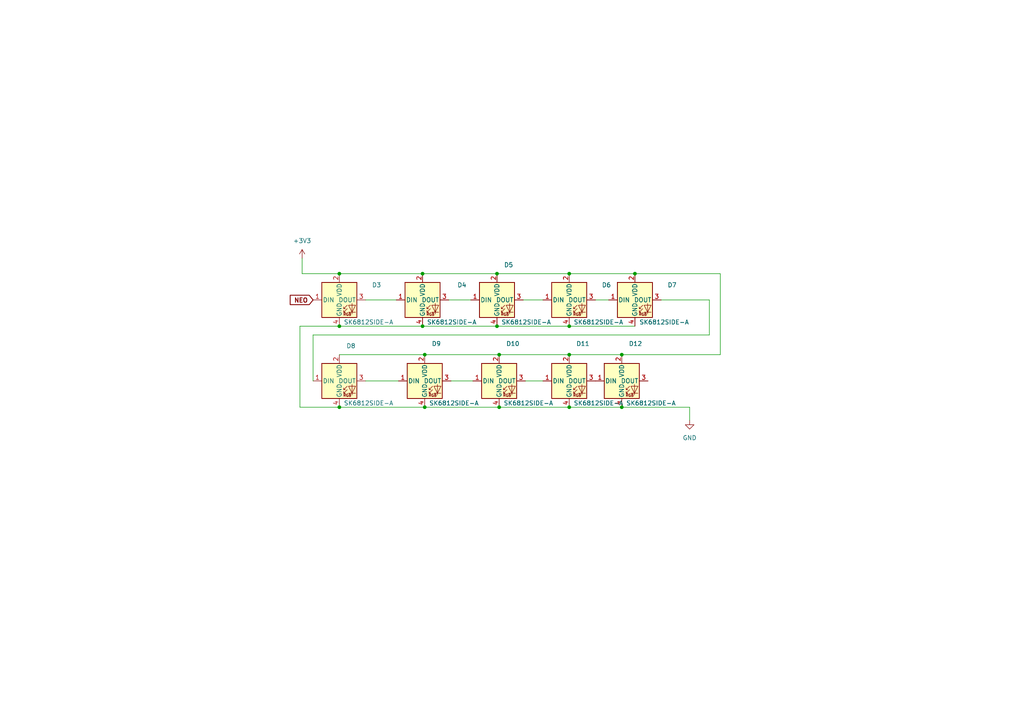
<source format=kicad_sch>
(kicad_sch (version 20211123) (generator eeschema)

  (uuid 2b3e8080-6e59-452f-841b-e804bf3dea49)

  (paper "A4")

  (lib_symbols
    (symbol "power:+3.3V" (power) (pin_names (offset 0)) (in_bom yes) (on_board yes)
      (property "Reference" "#PWR" (id 0) (at 0 -3.81 0)
        (effects (font (size 1.27 1.27)) hide)
      )
      (property "Value" "+3.3V" (id 1) (at 0 3.556 0)
        (effects (font (size 1.27 1.27)))
      )
      (property "Footprint" "" (id 2) (at 0 0 0)
        (effects (font (size 1.27 1.27)) hide)
      )
      (property "Datasheet" "" (id 3) (at 0 0 0)
        (effects (font (size 1.27 1.27)) hide)
      )
      (property "ki_keywords" "power-flag" (id 4) (at 0 0 0)
        (effects (font (size 1.27 1.27)) hide)
      )
      (property "ki_description" "Power symbol creates a global label with name \"+3.3V\"" (id 5) (at 0 0 0)
        (effects (font (size 1.27 1.27)) hide)
      )
      (symbol "+3.3V_0_1"
        (polyline
          (pts
            (xy -0.762 1.27)
            (xy 0 2.54)
          )
          (stroke (width 0) (type default) (color 0 0 0 0))
          (fill (type none))
        )
        (polyline
          (pts
            (xy 0 0)
            (xy 0 2.54)
          )
          (stroke (width 0) (type default) (color 0 0 0 0))
          (fill (type none))
        )
        (polyline
          (pts
            (xy 0 2.54)
            (xy 0.762 1.27)
          )
          (stroke (width 0) (type default) (color 0 0 0 0))
          (fill (type none))
        )
      )
      (symbol "+3.3V_1_1"
        (pin power_in line (at 0 0 90) (length 0) hide
          (name "+3V3" (effects (font (size 1.27 1.27))))
          (number "1" (effects (font (size 1.27 1.27))))
        )
      )
    )
    (symbol "power:GND" (power) (pin_names (offset 0)) (in_bom yes) (on_board yes)
      (property "Reference" "#PWR" (id 0) (at 0 -6.35 0)
        (effects (font (size 1.27 1.27)) hide)
      )
      (property "Value" "GND" (id 1) (at 0 -3.81 0)
        (effects (font (size 1.27 1.27)))
      )
      (property "Footprint" "" (id 2) (at 0 0 0)
        (effects (font (size 1.27 1.27)) hide)
      )
      (property "Datasheet" "" (id 3) (at 0 0 0)
        (effects (font (size 1.27 1.27)) hide)
      )
      (property "ki_keywords" "power-flag" (id 4) (at 0 0 0)
        (effects (font (size 1.27 1.27)) hide)
      )
      (property "ki_description" "Power symbol creates a global label with name \"GND\" , ground" (id 5) (at 0 0 0)
        (effects (font (size 1.27 1.27)) hide)
      )
      (symbol "GND_0_1"
        (polyline
          (pts
            (xy 0 0)
            (xy 0 -1.27)
            (xy 1.27 -1.27)
            (xy 0 -2.54)
            (xy -1.27 -1.27)
            (xy 0 -1.27)
          )
          (stroke (width 0) (type default) (color 0 0 0 0))
          (fill (type none))
        )
      )
      (symbol "GND_1_1"
        (pin power_in line (at 0 0 270) (length 0) hide
          (name "GND" (effects (font (size 1.27 1.27))))
          (number "1" (effects (font (size 1.27 1.27))))
        )
      )
    )
    (symbol "sk6812side-a:SK6812SIDE-A" (pin_names (offset 0.254)) (in_bom yes) (on_board yes)
      (property "Reference" "D" (id 0) (at 7.62 6.35 0)
        (effects (font (size 1.27 1.27)) (justify right bottom))
      )
      (property "Value" "SK6812SIDE-A" (id 1) (at 1.27 -5.715 0)
        (effects (font (size 1.27 1.27)) (justify left top))
      )
      (property "Footprint" "LED_SMD:LED_SK6812SIDE_A_4x2mm_P1.6mm" (id 2) (at 1.27 -7.62 0)
        (effects (font (size 1.27 1.27)) (justify left top) hide)
      )
      (property "Datasheet" "https://www.lcsc.com/product-detail/Light-Emitting-Diodes-LED_OPSCO-Optoelectronics-SK6812SIDE-A-RVS_C2890037.html" (id 3) (at 2.54 -9.525 0)
        (effects (font (size 1.27 1.27)) (justify left top) hide)
      )
      (property "ki_keywords" "RGB LED NeoPixel Mini addressable" (id 4) (at 0 0 0)
        (effects (font (size 1.27 1.27)) hide)
      )
      (property "ki_description" "RGB LED with integrated controller" (id 5) (at 0 0 0)
        (effects (font (size 1.27 1.27)) hide)
      )
      (property "ki_fp_filters" "LED*SK6812MINI*PLCC*3.5x3.5mm*P1.75mm*" (id 6) (at 0 0 0)
        (effects (font (size 1.27 1.27)) hide)
      )
      (symbol "SK6812SIDE-A_0_0"
        (text "RGB" (at 2.286 -4.191 0)
          (effects (font (size 0.762 0.762)))
        )
      )
      (symbol "SK6812SIDE-A_0_1"
        (polyline
          (pts
            (xy 1.27 -3.556)
            (xy 1.778 -3.556)
          )
          (stroke (width 0) (type default) (color 0 0 0 0))
          (fill (type none))
        )
        (polyline
          (pts
            (xy 1.27 -2.54)
            (xy 1.778 -2.54)
          )
          (stroke (width 0) (type default) (color 0 0 0 0))
          (fill (type none))
        )
        (polyline
          (pts
            (xy 4.699 -3.556)
            (xy 2.667 -3.556)
          )
          (stroke (width 0) (type default) (color 0 0 0 0))
          (fill (type none))
        )
        (polyline
          (pts
            (xy 2.286 -2.54)
            (xy 1.27 -3.556)
            (xy 1.27 -3.048)
          )
          (stroke (width 0) (type default) (color 0 0 0 0))
          (fill (type none))
        )
        (polyline
          (pts
            (xy 2.286 -1.524)
            (xy 1.27 -2.54)
            (xy 1.27 -2.032)
          )
          (stroke (width 0) (type default) (color 0 0 0 0))
          (fill (type none))
        )
        (polyline
          (pts
            (xy 3.683 -1.016)
            (xy 3.683 -3.556)
            (xy 3.683 -4.064)
          )
          (stroke (width 0) (type default) (color 0 0 0 0))
          (fill (type none))
        )
        (polyline
          (pts
            (xy 4.699 -1.524)
            (xy 2.667 -1.524)
            (xy 3.683 -3.556)
            (xy 4.699 -1.524)
          )
          (stroke (width 0) (type default) (color 0 0 0 0))
          (fill (type none))
        )
        (rectangle (start 5.08 5.08) (end -5.08 -5.08)
          (stroke (width 0.254) (type default) (color 0 0 0 0))
          (fill (type background))
        )
      )
      (symbol "SK6812SIDE-A_1_1"
        (pin input line (at -7.62 0 0) (length 2.54)
          (name "DIN" (effects (font (size 1.27 1.27))))
          (number "1" (effects (font (size 1.27 1.27))))
        )
        (pin power_in line (at 0 7.62 270) (length 2.54)
          (name "VDD" (effects (font (size 1.27 1.27))))
          (number "2" (effects (font (size 1.27 1.27))))
        )
        (pin output line (at 7.62 0 180) (length 2.54)
          (name "DOUT" (effects (font (size 1.27 1.27))))
          (number "3" (effects (font (size 1.27 1.27))))
        )
        (pin power_in line (at 0 -7.62 90) (length 2.54)
          (name "GND" (effects (font (size 1.27 1.27))))
          (number "4" (effects (font (size 1.27 1.27))))
        )
      )
    )
  )

  (junction (at 165.1 79.375) (diameter 0) (color 0 0 0 0)
    (uuid 062dbfcd-7517-418e-9d68-384b7d1021eb)
  )
  (junction (at 98.425 118.11) (diameter 0) (color 0 0 0 0)
    (uuid 0e97f9c0-8e2f-46d3-a423-47694ca8f487)
  )
  (junction (at 165.1 102.87) (diameter 0) (color 0 0 0 0)
    (uuid 3137605e-4f6d-4c6f-931e-a612768aa62d)
  )
  (junction (at 144.145 79.375) (diameter 0) (color 0 0 0 0)
    (uuid 465ccf6b-0cea-4d5c-9331-0dddd0508dd5)
  )
  (junction (at 180.34 102.87) (diameter 0) (color 0 0 0 0)
    (uuid 55fd26ec-4a37-45ac-9b41-6ec7e97941ab)
  )
  (junction (at 98.425 79.375) (diameter 0) (color 0 0 0 0)
    (uuid 5f7ce6f4-7947-48ae-8e83-d5cccb2f4b7a)
  )
  (junction (at 165.1 118.11) (diameter 0) (color 0 0 0 0)
    (uuid 72118275-4b2f-4f5d-a108-a1e9457a36af)
  )
  (junction (at 144.78 118.11) (diameter 0) (color 0 0 0 0)
    (uuid 72a0c493-ed3f-41b3-865d-af2a2b85c4b4)
  )
  (junction (at 123.19 102.87) (diameter 0) (color 0 0 0 0)
    (uuid 88ed330d-a934-4852-b4a1-8d8f8a22392f)
  )
  (junction (at 144.145 94.615) (diameter 0) (color 0 0 0 0)
    (uuid 8c1ce746-702a-411e-83cb-08f5ea90c85d)
  )
  (junction (at 122.555 94.615) (diameter 0) (color 0 0 0 0)
    (uuid 919f5138-6c30-4518-b8f9-fb1b50bd860d)
  )
  (junction (at 98.425 94.615) (diameter 0) (color 0 0 0 0)
    (uuid a0496a93-b8ca-4091-87d4-be82b3744213)
  )
  (junction (at 122.555 79.375) (diameter 0) (color 0 0 0 0)
    (uuid a1661fe7-4e68-4991-a24e-a31b2970bf9c)
  )
  (junction (at 165.1 94.615) (diameter 0) (color 0 0 0 0)
    (uuid a5f9ea45-7202-4c12-8c56-dccf7ee8d984)
  )
  (junction (at 144.78 102.87) (diameter 0) (color 0 0 0 0)
    (uuid aa69dc5e-b8d0-4382-b924-a93e087e924d)
  )
  (junction (at 184.15 79.375) (diameter 0) (color 0 0 0 0)
    (uuid c374422b-55bf-4250-b20a-47cd0ae502a8)
  )
  (junction (at 123.19 118.11) (diameter 0) (color 0 0 0 0)
    (uuid cac91c3f-945d-4fe1-849d-d24c1a0a2a2f)
  )
  (junction (at 180.34 118.11) (diameter 0) (color 0 0 0 0)
    (uuid db3b8e8b-9e6b-487e-9519-7cc45e4fd66b)
  )

  (wire (pts (xy 98.425 79.375) (xy 87.63 79.375))
    (stroke (width 0) (type default) (color 0 0 0 0))
    (uuid 000092a8-3bc3-4db8-abaf-970f910e33a2)
  )
  (wire (pts (xy 144.145 79.375) (xy 165.1 79.375))
    (stroke (width 0) (type default) (color 0 0 0 0))
    (uuid 0a5f560a-65d7-495d-a717-97b98d01986f)
  )
  (wire (pts (xy 98.425 102.87) (xy 123.19 102.87))
    (stroke (width 0) (type default) (color 0 0 0 0))
    (uuid 238bbcba-28fc-49c5-b424-b3a60312eff8)
  )
  (wire (pts (xy 144.78 118.11) (xy 165.1 118.11))
    (stroke (width 0) (type default) (color 0 0 0 0))
    (uuid 2d07f7de-51a3-4eab-9a59-27fcfff165d7)
  )
  (wire (pts (xy 165.1 94.615) (xy 184.15 94.615))
    (stroke (width 0) (type default) (color 0 0 0 0))
    (uuid 34a2aab7-f10a-441d-a6de-4d5f10c88d88)
  )
  (wire (pts (xy 144.78 102.87) (xy 165.1 102.87))
    (stroke (width 0) (type default) (color 0 0 0 0))
    (uuid 419b27bd-959a-4cd9-9da1-6d79e067e0b7)
  )
  (wire (pts (xy 184.15 79.375) (xy 208.915 79.375))
    (stroke (width 0) (type default) (color 0 0 0 0))
    (uuid 44f31ea0-62d2-4a27-aa89-e7ba1981bfcf)
  )
  (wire (pts (xy 106.045 86.995) (xy 114.935 86.995))
    (stroke (width 0) (type default) (color 0 0 0 0))
    (uuid 4febc798-ae55-4e7d-b112-620b0628deb1)
  )
  (wire (pts (xy 87.63 79.375) (xy 87.63 74.93))
    (stroke (width 0) (type default) (color 0 0 0 0))
    (uuid 5515133b-8db1-4224-8f6f-3ebdf532e9e3)
  )
  (wire (pts (xy 165.1 118.11) (xy 180.34 118.11))
    (stroke (width 0) (type default) (color 0 0 0 0))
    (uuid 56182143-2bad-49c4-947a-9ca03ca3992a)
  )
  (wire (pts (xy 151.765 86.995) (xy 157.48 86.995))
    (stroke (width 0) (type default) (color 0 0 0 0))
    (uuid 565a1fe3-e730-40e7-8925-7315a5e2a23a)
  )
  (wire (pts (xy 122.555 94.615) (xy 144.145 94.615))
    (stroke (width 0) (type default) (color 0 0 0 0))
    (uuid 56a7fb6c-f46c-4aaf-9253-bf198fbb9867)
  )
  (wire (pts (xy 130.175 86.995) (xy 136.525 86.995))
    (stroke (width 0) (type default) (color 0 0 0 0))
    (uuid 5b6ea48b-d8e7-41c2-84e8-d43400b52fe0)
  )
  (wire (pts (xy 165.1 79.375) (xy 184.15 79.375))
    (stroke (width 0) (type default) (color 0 0 0 0))
    (uuid 5dd26124-1cb6-45f2-afcd-fb362d770c02)
  )
  (wire (pts (xy 180.34 118.11) (xy 200.025 118.11))
    (stroke (width 0) (type default) (color 0 0 0 0))
    (uuid 681496a4-8ade-465d-a4a8-e9757998b64a)
  )
  (wire (pts (xy 180.34 102.87) (xy 208.915 102.87))
    (stroke (width 0) (type default) (color 0 0 0 0))
    (uuid 6a5dccb6-7b9e-4266-b252-676e7a4243fb)
  )
  (wire (pts (xy 144.145 94.615) (xy 165.1 94.615))
    (stroke (width 0) (type default) (color 0 0 0 0))
    (uuid 72e0cb61-89a6-4228-9ec1-9f750e6dd9b1)
  )
  (wire (pts (xy 200.025 121.92) (xy 200.025 118.11))
    (stroke (width 0) (type default) (color 0 0 0 0))
    (uuid 7c34d00b-d9a5-4497-85f0-1a3631352ce9)
  )
  (wire (pts (xy 205.74 97.155) (xy 90.805 97.155))
    (stroke (width 0) (type default) (color 0 0 0 0))
    (uuid 82206089-9623-4e91-9540-98098d79a19c)
  )
  (wire (pts (xy 86.995 94.615) (xy 86.995 118.11))
    (stroke (width 0) (type default) (color 0 0 0 0))
    (uuid 90f5a3c3-5d47-4d91-b25a-f7f3ca40e54e)
  )
  (wire (pts (xy 205.74 86.995) (xy 205.74 97.155))
    (stroke (width 0) (type default) (color 0 0 0 0))
    (uuid 96cfea70-bd9e-4a42-84a0-b16044147ef3)
  )
  (wire (pts (xy 130.81 110.49) (xy 137.16 110.49))
    (stroke (width 0) (type default) (color 0 0 0 0))
    (uuid 99103e13-f1d7-41ed-8c47-1839b222eecc)
  )
  (wire (pts (xy 123.19 118.11) (xy 144.78 118.11))
    (stroke (width 0) (type default) (color 0 0 0 0))
    (uuid a752f49e-fffe-4d23-abe7-ce3161e4fd71)
  )
  (wire (pts (xy 172.72 86.995) (xy 176.53 86.995))
    (stroke (width 0) (type default) (color 0 0 0 0))
    (uuid aa2f5fa8-95aa-4e1e-bf31-6212aed8a814)
  )
  (wire (pts (xy 98.425 79.375) (xy 122.555 79.375))
    (stroke (width 0) (type default) (color 0 0 0 0))
    (uuid b3f20cec-4b18-4c19-b764-42656e7175a6)
  )
  (wire (pts (xy 165.1 102.87) (xy 180.34 102.87))
    (stroke (width 0) (type default) (color 0 0 0 0))
    (uuid b71ecb50-7230-461c-aa8e-469a2b763c50)
  )
  (wire (pts (xy 98.425 94.615) (xy 122.555 94.615))
    (stroke (width 0) (type default) (color 0 0 0 0))
    (uuid bd634dc7-5d02-4791-b042-e29b8602d830)
  )
  (wire (pts (xy 90.805 97.155) (xy 90.805 110.49))
    (stroke (width 0) (type default) (color 0 0 0 0))
    (uuid bdd1b616-ad0c-44f2-b35f-62f59a1dace3)
  )
  (wire (pts (xy 98.425 94.615) (xy 86.995 94.615))
    (stroke (width 0) (type default) (color 0 0 0 0))
    (uuid c3a2e282-38bc-453e-b0b9-663b5fafdc73)
  )
  (wire (pts (xy 106.045 110.49) (xy 115.57 110.49))
    (stroke (width 0) (type default) (color 0 0 0 0))
    (uuid cb89b889-38a9-49ba-85a0-3dc1600bbb2c)
  )
  (wire (pts (xy 191.77 86.995) (xy 205.74 86.995))
    (stroke (width 0) (type default) (color 0 0 0 0))
    (uuid cfdb7908-0590-4bc1-8bdc-56f99d3d537e)
  )
  (wire (pts (xy 98.425 118.11) (xy 123.19 118.11))
    (stroke (width 0) (type default) (color 0 0 0 0))
    (uuid d87bd80c-c30f-42b5-8809-25c132e99e31)
  )
  (wire (pts (xy 152.4 110.49) (xy 157.48 110.49))
    (stroke (width 0) (type default) (color 0 0 0 0))
    (uuid db1c5312-01b0-4b8c-b991-6786c9da26d8)
  )
  (wire (pts (xy 123.19 102.87) (xy 144.78 102.87))
    (stroke (width 0) (type default) (color 0 0 0 0))
    (uuid de307b48-79da-45d7-83ed-a604057e30e6)
  )
  (wire (pts (xy 122.555 79.375) (xy 144.145 79.375))
    (stroke (width 0) (type default) (color 0 0 0 0))
    (uuid ea9e121f-7f32-4fa4-a8b9-5afcc40f3739)
  )
  (wire (pts (xy 208.915 102.87) (xy 208.915 79.375))
    (stroke (width 0) (type default) (color 0 0 0 0))
    (uuid eb689add-08e4-4177-bf28-b6af847ba4cb)
  )
  (wire (pts (xy 86.995 118.11) (xy 98.425 118.11))
    (stroke (width 0) (type default) (color 0 0 0 0))
    (uuid f4fbc4f8-f328-431b-af14-a7b4810b3bd1)
  )

  (global_label "NEO" (shape input) (at 90.805 86.995 180) (fields_autoplaced)
    (effects (font (size 1.27 1.27) bold) (justify right))
    (uuid f9cea62e-fdc3-4f43-8af5-0cd32b2267a1)
    (property "Intersheet References" "${INTERSHEET_REFS}" (id 0) (at 84.3915 86.868 0)
      (effects (font (size 1.27 1.27) bold) (justify right) hide)
    )
  )

  (symbol (lib_id "sk6812side-a:SK6812SIDE-A") (at 122.555 86.995 0) (unit 1)
    (in_bom yes) (on_board yes) (fields_autoplaced)
    (uuid 15b306af-c28b-4c50-a1b7-9f6082f52507)
    (property "Reference" "D4" (id 0) (at 133.985 82.6643 0))
    (property "Value" "SK6812SIDE-A" (id 1) (at 123.825 92.71 0)
      (effects (font (size 1.27 1.27)) (justify left top))
    )
    (property "Footprint" "ART-Spells:SK6812SIDE-A" (id 2) (at 123.825 94.615 0)
      (effects (font (size 1.27 1.27)) (justify left top) hide)
    )
    (property "Datasheet" "https://www.lcsc.com/product-detail/Light-Emitting-Diodes-LED_OPSCO-Optoelectronics-SK6812SIDE-A-RVS_C2890037.html" (id 3) (at 125.095 96.52 0)
      (effects (font (size 1.27 1.27)) (justify left top) hide)
    )
    (pin "1" (uuid 4970a14a-e637-47e7-be0f-59295ab60267))
    (pin "2" (uuid 3ff9d5e1-8772-4620-be53-7f3340c64ea9))
    (pin "3" (uuid 1024598c-ebdc-4875-b6a9-a98dd7218aad))
    (pin "4" (uuid d891ea24-dfc5-4e52-8d1d-f79a1af15cb9))
  )

  (symbol (lib_id "sk6812side-a:SK6812SIDE-A") (at 180.34 110.49 0) (unit 1)
    (in_bom yes) (on_board yes) (fields_autoplaced)
    (uuid 2d7576a6-0dfd-4a7f-a124-53f3000bee93)
    (property "Reference" "D12" (id 0) (at 182.3594 99.695 0)
      (effects (font (size 1.27 1.27)) (justify left))
    )
    (property "Value" "SK6812SIDE-A" (id 1) (at 181.61 116.205 0)
      (effects (font (size 1.27 1.27)) (justify left top))
    )
    (property "Footprint" "ART-Spells:SK6812SIDE-A" (id 2) (at 181.61 118.11 0)
      (effects (font (size 1.27 1.27)) (justify left top) hide)
    )
    (property "Datasheet" "https://www.lcsc.com/product-detail/Light-Emitting-Diodes-LED_OPSCO-Optoelectronics-SK6812SIDE-A-RVS_C2890037.html" (id 3) (at 182.88 120.015 0)
      (effects (font (size 1.27 1.27)) (justify left top) hide)
    )
    (pin "1" (uuid 3db8d83a-41fb-4059-a9f3-f7420dfb99ae))
    (pin "2" (uuid f5e22bc4-696e-4921-be2d-ea90e1131e69))
    (pin "3" (uuid c97beb45-4db4-4f16-b6ac-8c70efd22c69))
    (pin "4" (uuid 9957818e-1c08-4320-9c6f-c29050fac6e7))
  )

  (symbol (lib_id "sk6812side-a:SK6812SIDE-A") (at 165.1 86.995 0) (unit 1)
    (in_bom yes) (on_board yes)
    (uuid 3d986c21-2554-4fae-8e04-124502d83689)
    (property "Reference" "D6" (id 0) (at 175.895 82.6643 0))
    (property "Value" "SK6812SIDE-A" (id 1) (at 166.37 92.71 0)
      (effects (font (size 1.27 1.27)) (justify left top))
    )
    (property "Footprint" "ART-Spells:SK6812SIDE-A" (id 2) (at 166.37 94.615 0)
      (effects (font (size 1.27 1.27)) (justify left top) hide)
    )
    (property "Datasheet" "https://www.lcsc.com/product-detail/Light-Emitting-Diodes-LED_OPSCO-Optoelectronics-SK6812SIDE-A-RVS_C2890037.html" (id 3) (at 167.64 96.52 0)
      (effects (font (size 1.27 1.27)) (justify left top) hide)
    )
    (pin "1" (uuid 45ca1013-2c6a-469c-8965-99feaa3d9dcc))
    (pin "2" (uuid 0b63bbf9-ffb6-4de0-8c9c-a591df88f5e9))
    (pin "3" (uuid d67a960c-9f54-4862-b85d-07f08547a9f2))
    (pin "4" (uuid f2dfeadc-c29f-4813-8ac3-27d8447c1983))
  )

  (symbol (lib_id "sk6812side-a:SK6812SIDE-A") (at 123.19 110.49 0) (unit 1)
    (in_bom yes) (on_board yes) (fields_autoplaced)
    (uuid 42f8fc44-2bfb-4803-8d35-c0bea5779eb0)
    (property "Reference" "D9" (id 0) (at 125.2094 99.695 0)
      (effects (font (size 1.27 1.27)) (justify left))
    )
    (property "Value" "SK6812SIDE-A" (id 1) (at 124.46 116.205 0)
      (effects (font (size 1.27 1.27)) (justify left top))
    )
    (property "Footprint" "ART-Spells:SK6812SIDE-A" (id 2) (at 124.46 118.11 0)
      (effects (font (size 1.27 1.27)) (justify left top) hide)
    )
    (property "Datasheet" "https://www.lcsc.com/product-detail/Light-Emitting-Diodes-LED_OPSCO-Optoelectronics-SK6812SIDE-A-RVS_C2890037.html" (id 3) (at 125.73 120.015 0)
      (effects (font (size 1.27 1.27)) (justify left top) hide)
    )
    (pin "1" (uuid 982dde6c-5937-4e44-9f9b-82a9129ce457))
    (pin "2" (uuid bce3fe15-8089-478d-a382-0655477c4335))
    (pin "3" (uuid 15379776-fc81-4496-92bc-4223b3f1d0d0))
    (pin "4" (uuid b1f8ed83-0293-426f-9aae-5fb1b979341f))
  )

  (symbol (lib_id "sk6812side-a:SK6812SIDE-A") (at 165.1 110.49 0) (unit 1)
    (in_bom yes) (on_board yes) (fields_autoplaced)
    (uuid 49ee6c57-11cc-4b35-a232-e5727e1ddb25)
    (property "Reference" "D11" (id 0) (at 167.1194 99.695 0)
      (effects (font (size 1.27 1.27)) (justify left))
    )
    (property "Value" "SK6812SIDE-A" (id 1) (at 166.37 116.205 0)
      (effects (font (size 1.27 1.27)) (justify left top))
    )
    (property "Footprint" "ART-Spells:SK6812SIDE-A" (id 2) (at 166.37 118.11 0)
      (effects (font (size 1.27 1.27)) (justify left top) hide)
    )
    (property "Datasheet" "https://www.lcsc.com/product-detail/Light-Emitting-Diodes-LED_OPSCO-Optoelectronics-SK6812SIDE-A-RVS_C2890037.html" (id 3) (at 167.64 120.015 0)
      (effects (font (size 1.27 1.27)) (justify left top) hide)
    )
    (pin "1" (uuid 3f4ed2d2-08be-4733-99b9-094ee1fefddf))
    (pin "2" (uuid 8b6d530e-97ba-4b3c-b02f-5a5cc0214558))
    (pin "3" (uuid c1ac4df7-f661-4910-8be8-ccc46ac44281))
    (pin "4" (uuid 04668fb2-d6fb-46cb-8b1b-9152e07f83d5))
  )

  (symbol (lib_id "power:GND") (at 200.025 121.92 0) (unit 1)
    (in_bom yes) (on_board yes) (fields_autoplaced)
    (uuid 4a4c1f30-66c1-4f36-b326-7c469c170084)
    (property "Reference" "#PWR045" (id 0) (at 200.025 128.27 0)
      (effects (font (size 1.27 1.27)) hide)
    )
    (property "Value" "GND" (id 1) (at 200.025 127 0))
    (property "Footprint" "" (id 2) (at 200.025 121.92 0)
      (effects (font (size 1.27 1.27)) hide)
    )
    (property "Datasheet" "" (id 3) (at 200.025 121.92 0)
      (effects (font (size 1.27 1.27)) hide)
    )
    (pin "1" (uuid 67937aee-af44-4947-94c8-c9fcfebeffa4))
  )

  (symbol (lib_id "sk6812side-a:SK6812SIDE-A") (at 98.425 110.49 0) (unit 1)
    (in_bom yes) (on_board yes) (fields_autoplaced)
    (uuid 5fb064d9-eaff-4cb9-8893-c6d04c1f83d3)
    (property "Reference" "D8" (id 0) (at 100.4444 100.33 0)
      (effects (font (size 1.27 1.27)) (justify left))
    )
    (property "Value" "SK6812SIDE-A" (id 1) (at 99.695 116.205 0)
      (effects (font (size 1.27 1.27)) (justify left top))
    )
    (property "Footprint" "ART-Spells:SK6812SIDE-A" (id 2) (at 99.695 118.11 0)
      (effects (font (size 1.27 1.27)) (justify left top) hide)
    )
    (property "Datasheet" "https://www.lcsc.com/product-detail/Light-Emitting-Diodes-LED_OPSCO-Optoelectronics-SK6812SIDE-A-RVS_C2890037.html" (id 3) (at 100.965 120.015 0)
      (effects (font (size 1.27 1.27)) (justify left top) hide)
    )
    (pin "1" (uuid 6b743058-a8f5-4e83-b50d-6797c93c819a))
    (pin "2" (uuid a701ee25-ab5a-43e2-b19e-b8778ce33fec))
    (pin "3" (uuid 327b9088-e107-41de-8cd4-5c684d17c03b))
    (pin "4" (uuid afdc5947-e5de-45ba-95b2-45b48600e9f3))
  )

  (symbol (lib_id "sk6812side-a:SK6812SIDE-A") (at 98.425 86.995 0) (unit 1)
    (in_bom yes) (on_board yes) (fields_autoplaced)
    (uuid 60da901e-5cfe-446d-bc7a-487f8d7b986f)
    (property "Reference" "D3" (id 0) (at 109.22 82.6643 0))
    (property "Value" "SK6812SIDE-A" (id 1) (at 99.695 92.71 0)
      (effects (font (size 1.27 1.27)) (justify left top))
    )
    (property "Footprint" "ART-Spells:SK6812SIDE-A" (id 2) (at 99.695 94.615 0)
      (effects (font (size 1.27 1.27)) (justify left top) hide)
    )
    (property "Datasheet" "https://www.lcsc.com/product-detail/Light-Emitting-Diodes-LED_OPSCO-Optoelectronics-SK6812SIDE-A-RVS_C2890037.html" (id 3) (at 100.965 96.52 0)
      (effects (font (size 1.27 1.27)) (justify left top) hide)
    )
    (pin "1" (uuid 18e6e816-764a-4ec4-bf1a-5bfd1f4bb164))
    (pin "2" (uuid 896283f6-b8f2-403a-85d4-4715fc6e65ff))
    (pin "3" (uuid 739cf365-cec2-4bb5-900c-1dea632f94dd))
    (pin "4" (uuid 44f67a45-d173-459d-911c-9d1d5d9bf24b))
  )

  (symbol (lib_id "sk6812side-a:SK6812SIDE-A") (at 144.145 86.995 0) (unit 1)
    (in_bom yes) (on_board yes) (fields_autoplaced)
    (uuid af0bbf57-7370-4e6e-a0fd-e8cf60f76296)
    (property "Reference" "D5" (id 0) (at 146.1644 76.835 0)
      (effects (font (size 1.27 1.27)) (justify left))
    )
    (property "Value" "SK6812SIDE-A" (id 1) (at 145.415 92.71 0)
      (effects (font (size 1.27 1.27)) (justify left top))
    )
    (property "Footprint" "ART-Spells:SK6812SIDE-A" (id 2) (at 145.415 94.615 0)
      (effects (font (size 1.27 1.27)) (justify left top) hide)
    )
    (property "Datasheet" "https://www.lcsc.com/product-detail/Light-Emitting-Diodes-LED_OPSCO-Optoelectronics-SK6812SIDE-A-RVS_C2890037.html" (id 3) (at 146.685 96.52 0)
      (effects (font (size 1.27 1.27)) (justify left top) hide)
    )
    (pin "1" (uuid 9967647b-81fc-4734-9918-ea58c07662ef))
    (pin "2" (uuid 4a7481ec-d191-4697-b1d0-9e3160ebdb20))
    (pin "3" (uuid 7f4990d3-1b1d-417e-8b9e-45ceb3a0f61a))
    (pin "4" (uuid 1d58775f-8dc0-43ed-ae46-16a5620084cc))
  )

  (symbol (lib_id "sk6812side-a:SK6812SIDE-A") (at 144.78 110.49 0) (unit 1)
    (in_bom yes) (on_board yes) (fields_autoplaced)
    (uuid de1c3aa6-d49f-4d47-b4f1-32b013366254)
    (property "Reference" "D10" (id 0) (at 146.7994 99.695 0)
      (effects (font (size 1.27 1.27)) (justify left))
    )
    (property "Value" "SK6812SIDE-A" (id 1) (at 146.05 116.205 0)
      (effects (font (size 1.27 1.27)) (justify left top))
    )
    (property "Footprint" "ART-Spells:SK6812SIDE-A" (id 2) (at 146.05 118.11 0)
      (effects (font (size 1.27 1.27)) (justify left top) hide)
    )
    (property "Datasheet" "https://www.lcsc.com/product-detail/Light-Emitting-Diodes-LED_OPSCO-Optoelectronics-SK6812SIDE-A-RVS_C2890037.html" (id 3) (at 147.32 120.015 0)
      (effects (font (size 1.27 1.27)) (justify left top) hide)
    )
    (pin "1" (uuid 7e1054af-d51a-4556-b225-6c79a108e694))
    (pin "2" (uuid ecd62d49-b63d-4501-a07d-45a9ac1c48b4))
    (pin "3" (uuid fad2ae2b-6928-4c22-b147-ac6b4a9b1cc5))
    (pin "4" (uuid 7b832ce6-5619-4e10-9bb6-417967899422))
  )

  (symbol (lib_id "sk6812side-a:SK6812SIDE-A") (at 184.15 86.995 0) (unit 1)
    (in_bom yes) (on_board yes) (fields_autoplaced)
    (uuid dfc6761f-a3be-49c3-a948-11045de8da80)
    (property "Reference" "D7" (id 0) (at 194.945 82.6643 0))
    (property "Value" "SK6812SIDE-A" (id 1) (at 185.42 92.71 0)
      (effects (font (size 1.27 1.27)) (justify left top))
    )
    (property "Footprint" "ART-Spells:SK6812SIDE-A" (id 2) (at 185.42 94.615 0)
      (effects (font (size 1.27 1.27)) (justify left top) hide)
    )
    (property "Datasheet" "https://www.lcsc.com/product-detail/Light-Emitting-Diodes-LED_OPSCO-Optoelectronics-SK6812SIDE-A-RVS_C2890037.html" (id 3) (at 186.69 96.52 0)
      (effects (font (size 1.27 1.27)) (justify left top) hide)
    )
    (pin "1" (uuid a87ebba6-cb91-4342-b216-7a502b198a76))
    (pin "2" (uuid 486a2079-2a03-4558-ad44-d1b265020c9f))
    (pin "3" (uuid 518f304b-92ab-4a6c-9634-2df7f9a01afd))
    (pin "4" (uuid 0249d800-b31c-4c0d-a298-42d68b63cd53))
  )

  (symbol (lib_id "power:+3.3V") (at 87.63 74.93 0) (unit 1)
    (in_bom yes) (on_board yes) (fields_autoplaced)
    (uuid fe389c33-424b-48ea-88e4-5f68747783c4)
    (property "Reference" "#PWR044" (id 0) (at 87.63 78.74 0)
      (effects (font (size 1.27 1.27)) hide)
    )
    (property "Value" "+3.3V" (id 1) (at 87.63 69.85 0))
    (property "Footprint" "" (id 2) (at 87.63 74.93 0)
      (effects (font (size 1.27 1.27)) hide)
    )
    (property "Datasheet" "" (id 3) (at 87.63 74.93 0)
      (effects (font (size 1.27 1.27)) hide)
    )
    (pin "1" (uuid 01a7eaa1-bfa4-4ece-9ae5-3194335c7b16))
  )
)

</source>
